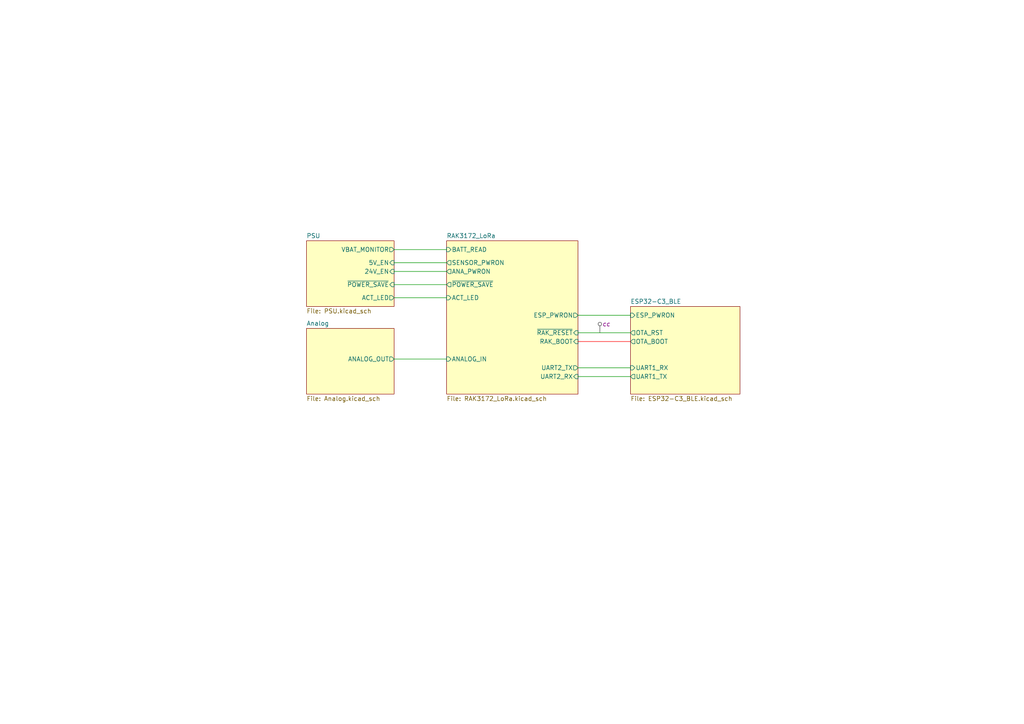
<source format=kicad_sch>
(kicad_sch
	(version 20231120)
	(generator "eeschema")
	(generator_version "8.0")
	(uuid "284b1fcf-d184-445b-9357-720601909768")
	(paper "A4")
	(lib_symbols)
	(wire
		(pts
			(xy 114.3 86.36) (xy 129.54 86.36)
		)
		(stroke
			(width 0)
			(type default)
		)
		(uuid "05e06b0d-0de6-4a85-8a3e-522320227d3e")
	)
	(wire
		(pts
			(xy 114.3 82.55) (xy 129.54 82.55)
		)
		(stroke
			(width 0)
			(type default)
		)
		(uuid "1e8f96fb-c13e-4eea-ae6a-f1626161287d")
	)
	(wire
		(pts
			(xy 182.88 91.44) (xy 167.64 91.44)
		)
		(stroke
			(width 0)
			(type default)
		)
		(uuid "2b7dcf6a-0c0d-44b6-b005-6357b42da9b3")
	)
	(wire
		(pts
			(xy 182.88 109.22) (xy 167.64 109.22)
		)
		(stroke
			(width 0)
			(type default)
		)
		(uuid "2d951991-2e0e-44a0-ba61-d843b4227599")
	)
	(wire
		(pts
			(xy 182.88 99.06) (xy 167.64 99.06)
		)
		(stroke
			(width 0)
			(type default)
			(color 255 0 0 1)
		)
		(uuid "3add67c4-0a3e-4a97-b62c-635d3b9d8de4")
	)
	(wire
		(pts
			(xy 114.3 78.74) (xy 129.54 78.74)
		)
		(stroke
			(width 0)
			(type default)
		)
		(uuid "4b00ba61-c486-469d-9770-535767e213b5")
	)
	(wire
		(pts
			(xy 114.3 72.39) (xy 129.54 72.39)
		)
		(stroke
			(width 0)
			(type default)
		)
		(uuid "525c3e18-a145-425f-9d11-e8334b4926a2")
	)
	(wire
		(pts
			(xy 114.3 76.2) (xy 129.54 76.2)
		)
		(stroke
			(width 0)
			(type default)
		)
		(uuid "52cb77a8-fd51-4a19-b0ef-91a882aec704")
	)
	(wire
		(pts
			(xy 114.3 104.14) (xy 129.54 104.14)
		)
		(stroke
			(width 0)
			(type default)
		)
		(uuid "894bc662-7920-4edd-9a01-b697721d8f3b")
	)
	(wire
		(pts
			(xy 182.88 96.52) (xy 167.64 96.52)
		)
		(stroke
			(width 0)
			(type default)
		)
		(uuid "918cfeb1-2ec6-45b8-a2d9-c0d341bbc76e")
	)
	(wire
		(pts
			(xy 182.88 106.68) (xy 167.64 106.68)
		)
		(stroke
			(width 0)
			(type default)
		)
		(uuid "a188858c-b966-4ba6-94ba-bcbb3b724480")
	)
	(netclass_flag ""
		(length 2.54)
		(shape round)
		(at 173.99 96.52 0)
		(fields_autoplaced yes)
		(effects
			(font
				(size 1.27 1.27)
			)
			(justify left bottom)
		)
		(uuid "cc319914-47ae-4ca1-834d-8b8f7b736ba5")
		(property "Netclass" "cc"
			(at 174.6885 93.98 0)
			(effects
				(font
					(size 1.27 1.27)
					(italic yes)
				)
				(justify left)
			)
		)
	)
	(sheet
		(at 129.54 69.85)
		(size 38.1 44.45)
		(fields_autoplaced yes)
		(stroke
			(width 0.1524)
			(type solid)
		)
		(fill
			(color 255 255 194 1.0000)
		)
		(uuid "48af77e0-cdde-43f6-b4bf-5fa2ea4bd1ba")
		(property "Sheetname" "RAK3172_LoRa"
			(at 129.54 69.1384 0)
			(effects
				(font
					(size 1.27 1.27)
				)
				(justify left bottom)
			)
		)
		(property "Sheetfile" "RAK3172_LoRa.kicad_sch"
			(at 129.54 114.8846 0)
			(effects
				(font
					(size 1.27 1.27)
				)
				(justify left top)
			)
		)
		(pin "~{RAK_RESET}" input
			(at 167.64 96.52 0)
			(effects
				(font
					(size 1.27 1.27)
				)
				(justify right)
			)
			(uuid "58c8728e-d667-4700-ba4b-9d6cd3f5c287")
		)
		(pin "UART2_RX" input
			(at 167.64 109.22 0)
			(effects
				(font
					(size 1.27 1.27)
				)
				(justify right)
			)
			(uuid "2beaef20-0682-4afe-ad3c-b8d0f0569dc1")
		)
		(pin "UART2_TX" output
			(at 167.64 106.68 0)
			(effects
				(font
					(size 1.27 1.27)
				)
				(justify right)
			)
			(uuid "b5ccddb9-46c9-4efd-b86c-5809a2008b9a")
		)
		(pin "BATT_READ" input
			(at 129.54 72.39 180)
			(effects
				(font
					(size 1.27 1.27)
				)
				(justify left)
			)
			(uuid "73b82851-951f-4fd9-9500-1ab6c51ed4bd")
		)
		(pin "RAK_BOOT" input
			(at 167.64 99.06 0)
			(effects
				(font
					(size 1.27 1.27)
				)
				(justify right)
			)
			(uuid "139b20fd-7b27-46b4-8757-4c810bad7640")
		)
		(pin "ESP_PWRON" output
			(at 167.64 91.44 0)
			(effects
				(font
					(size 1.27 1.27)
				)
				(justify right)
			)
			(uuid "79550741-cd20-4773-a116-8803e86903bd")
		)
		(pin "SENSOR_PWRON" output
			(at 129.54 76.2 180)
			(effects
				(font
					(size 1.27 1.27)
				)
				(justify left)
			)
			(uuid "1518203b-0aad-4ce2-a31a-053d77af5bb3")
		)
		(pin "ANALOG_IN" input
			(at 129.54 104.14 180)
			(effects
				(font
					(size 1.27 1.27)
				)
				(justify left)
			)
			(uuid "53ea82b7-2da1-484c-b2a6-bae240bd12b3")
		)
		(pin "ACT_LED" input
			(at 129.54 86.36 180)
			(effects
				(font
					(size 1.27 1.27)
				)
				(justify left)
			)
			(uuid "c6081a25-e814-4d36-ada9-0519f775b3ef")
		)
		(pin "ANA_PWRON" output
			(at 129.54 78.74 180)
			(effects
				(font
					(size 1.27 1.27)
				)
				(justify left)
			)
			(uuid "b3457224-9c7d-4f9c-8bee-31caf95dcc21")
		)
		(pin "~{POWER_SAVE}" output
			(at 129.54 82.55 180)
			(effects
				(font
					(size 1.27 1.27)
				)
				(justify left)
			)
			(uuid "1e4d95cd-6307-43b7-98e0-0fd3e83fc38c")
		)
		(instances
			(project "Node_Analog"
				(path "/284b1fcf-d184-445b-9357-720601909768"
					(page "2")
				)
			)
		)
	)
	(sheet
		(at 182.88 88.9)
		(size 31.75 25.4)
		(fields_autoplaced yes)
		(stroke
			(width 0.1524)
			(type solid)
		)
		(fill
			(color 255 255 194 1.0000)
		)
		(uuid "5b8d0302-722b-4467-a53d-c0e56441d81a")
		(property "Sheetname" "ESP32-C3_BLE"
			(at 182.88 88.1884 0)
			(effects
				(font
					(size 1.27 1.27)
				)
				(justify left bottom)
			)
		)
		(property "Sheetfile" "ESP32-C3_BLE.kicad_sch"
			(at 182.88 114.8846 0)
			(effects
				(font
					(size 1.27 1.27)
				)
				(justify left top)
			)
		)
		(pin "UART1_TX" output
			(at 182.88 109.22 180)
			(effects
				(font
					(size 1.27 1.27)
				)
				(justify left)
			)
			(uuid "eb0ad489-0307-4c96-a92e-9291d178db82")
		)
		(pin "UART1_RX" input
			(at 182.88 106.68 180)
			(effects
				(font
					(size 1.27 1.27)
				)
				(justify left)
			)
			(uuid "84e43786-4156-4426-905a-be46381a932a")
		)
		(pin "OTA_BOOT" output
			(at 182.88 99.06 180)
			(effects
				(font
					(size 1.27 1.27)
				)
				(justify left)
			)
			(uuid "968854a2-998d-4532-9954-eeb269a36ae2")
		)
		(pin "OTA_RST" output
			(at 182.88 96.52 180)
			(effects
				(font
					(size 1.27 1.27)
				)
				(justify left)
			)
			(uuid "afdaea90-86bf-4f91-9775-d2d9c7438977")
		)
		(pin "ESP_PWRON" input
			(at 182.88 91.44 180)
			(effects
				(font
					(size 1.27 1.27)
				)
				(justify left)
			)
			(uuid "2ffac406-b435-4cd6-ba22-3333a3028dcc")
		)
		(instances
			(project "Node_Analog"
				(path "/284b1fcf-d184-445b-9357-720601909768"
					(page "3")
				)
			)
		)
	)
	(sheet
		(at 88.9 69.85)
		(size 25.4 19.05)
		(fields_autoplaced yes)
		(stroke
			(width 0.1524)
			(type solid)
		)
		(fill
			(color 255 255 194 1.0000)
		)
		(uuid "bc34c4bf-ac8b-42c1-a77a-46366754cbef")
		(property "Sheetname" "PSU"
			(at 88.9 69.1384 0)
			(effects
				(font
					(size 1.27 1.27)
				)
				(justify left bottom)
			)
		)
		(property "Sheetfile" "PSU.kicad_sch"
			(at 88.9 89.4846 0)
			(effects
				(font
					(size 1.27 1.27)
				)
				(justify left top)
			)
		)
		(pin "VBAT_MONITOR" output
			(at 114.3 72.39 0)
			(effects
				(font
					(size 1.27 1.27)
				)
				(justify right)
			)
			(uuid "cf34ab67-9a52-4619-b8aa-f4e332cad4b5")
		)
		(pin "5V_EN" input
			(at 114.3 76.2 0)
			(effects
				(font
					(size 1.27 1.27)
				)
				(justify right)
			)
			(uuid "182d1bde-4826-40d7-9471-13c6e55239af")
		)
		(pin "ACT_LED" output
			(at 114.3 86.36 0)
			(effects
				(font
					(size 1.27 1.27)
				)
				(justify right)
			)
			(uuid "1d1e003a-b7f9-47a8-9948-30ed36b82e0b")
		)
		(pin "24V_EN" input
			(at 114.3 78.74 0)
			(effects
				(font
					(size 1.27 1.27)
				)
				(justify right)
			)
			(uuid "c24ae19c-ac21-4ca1-8910-808a9a04e223")
		)
		(pin "~{POWER_SAVE}" input
			(at 114.3 82.55 0)
			(effects
				(font
					(size 1.27 1.27)
				)
				(justify right)
			)
			(uuid "0b6bc52f-46f8-4700-ba92-7e9e61ab4f3b")
		)
		(instances
			(project "Node_Analog"
				(path "/284b1fcf-d184-445b-9357-720601909768"
					(page "4")
				)
			)
		)
	)
	(sheet
		(at 88.9 95.25)
		(size 25.4 19.05)
		(fields_autoplaced yes)
		(stroke
			(width 0.1524)
			(type solid)
		)
		(fill
			(color 255 255 194 1.0000)
		)
		(uuid "c8c30bef-47ec-451e-a233-6b8349087bfc")
		(property "Sheetname" "Analog"
			(at 88.9 94.5384 0)
			(effects
				(font
					(size 1.27 1.27)
				)
				(justify left bottom)
			)
		)
		(property "Sheetfile" "Analog.kicad_sch"
			(at 88.9 114.8846 0)
			(effects
				(font
					(size 1.27 1.27)
				)
				(justify left top)
			)
		)
		(pin "ANALOG_OUT" output
			(at 114.3 104.14 0)
			(effects
				(font
					(size 1.27 1.27)
				)
				(justify right)
			)
			(uuid "ce19fe8a-e5f4-48a3-9f27-b64839406ed7")
		)
		(instances
			(project "Node_Analog"
				(path "/284b1fcf-d184-445b-9357-720601909768"
					(page "5")
				)
			)
		)
	)
	(sheet_instances
		(path "/"
			(page "1")
		)
	)
)
</source>
